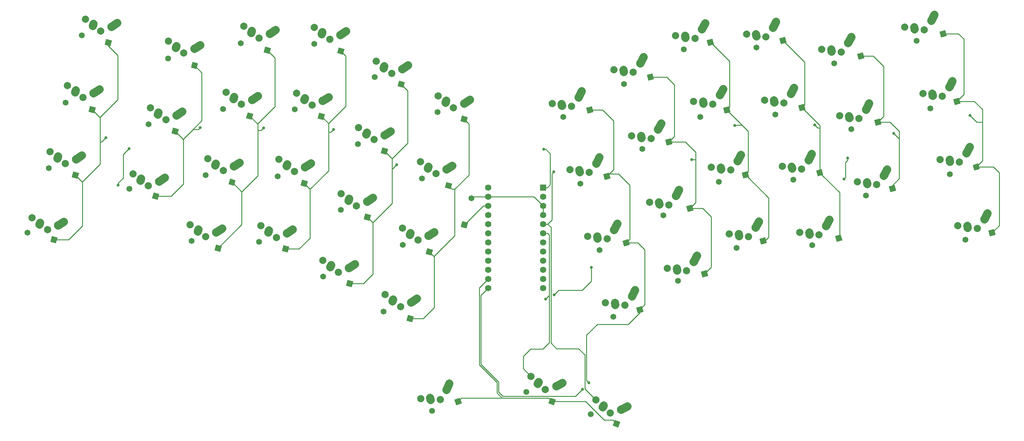
<source format=gbr>
G04 #@! TF.GenerationSoftware,KiCad,Pcbnew,(5.99.0-562-g7b80b2dc7)*
G04 #@! TF.CreationDate,2019-12-24T23:11:14-08:00*
G04 #@! TF.ProjectId,arch_40,61726368-5f34-4302-9e6b-696361645f70,rev?*
G04 #@! TF.SameCoordinates,Original*
G04 #@! TF.FileFunction,Copper,L2,Bot*
G04 #@! TF.FilePolarity,Positive*
%FSLAX46Y46*%
G04 Gerber Fmt 4.6, Leading zero omitted, Abs format (unit mm)*
G04 Created by KiCad (PCBNEW (5.99.0-562-g7b80b2dc7)) date 2019-12-24 23:11:14*
%MOMM*%
%LPD*%
G04 APERTURE LIST*
%ADD10C,2.000000*%
%ADD11C,2.250000*%
%ADD12C,2.250000*%
%ADD13C,1.752600*%
%ADD14R,1.752600X1.752600*%
%ADD15C,1.651000*%
%ADD16C,0.800000*%
%ADD17C,0.250000*%
G04 APERTURE END LIST*
D10*
X127722519Y-150298786D03*
X122305813Y-150035533D03*
D11*
X129421912Y-147658320D03*
D12*
X130153560Y-145838323D02*
X129421924Y-147658325D01*
D11*
X125055243Y-150396970D03*
D12*
X124894459Y-149838267D02*
X125055683Y-150396843D01*
D10*
X109369368Y-78038162D03*
X105083258Y-74715623D03*
D11*
X112275938Y-76849951D03*
D12*
X113919177Y-75778752D02*
X112275945Y-76849962D01*
D11*
X107128148Y-76588703D03*
D12*
X107316900Y-76038819D02*
X107128582Y-76588853D01*
D10*
X67510168Y-86699562D03*
X63224058Y-83377023D03*
D11*
X70416738Y-85511351D03*
D12*
X72059977Y-84440152D02*
X70416745Y-85511362D01*
D11*
X65268948Y-85250103D03*
D12*
X65457700Y-84700219D02*
X65269382Y-85250253D01*
D10*
X238966232Y-53704962D03*
X233593083Y-52970613D03*
D11*
X240889291Y-51222656D03*
D12*
X241776778Y-49473351D02*
X240889302Y-51222661D01*
D11*
X236300549Y-53570304D03*
D12*
X236189071Y-52999714D02*
X236300999Y-53570216D01*
X273958871Y-102021714D02*
X274070799Y-102592216D01*
D11*
X274070349Y-102592304D03*
D12*
X279546578Y-98495351D02*
X278659102Y-100244661D01*
D11*
X278659091Y-100244656D03*
D10*
X271362883Y-101992613D03*
X276736032Y-102726962D03*
D12*
X269005871Y-83606714D02*
X269117799Y-84177216D01*
D11*
X269117349Y-84177304D03*
D12*
X274593578Y-80080351D02*
X273706102Y-81829661D01*
D11*
X273706091Y-81829656D03*
D10*
X266409883Y-83577613D03*
X271783032Y-84311962D03*
D12*
X264230671Y-65273763D02*
X264342599Y-65844265D01*
D11*
X264342149Y-65844353D03*
D12*
X269818378Y-61747400D02*
X268930902Y-63496710D01*
D11*
X268930891Y-63496705D03*
D10*
X261634683Y-65244662D03*
X267007832Y-65979011D03*
D12*
X259226871Y-46802114D02*
X259338799Y-47372616D01*
D11*
X259338349Y-47372704D03*
D12*
X264814578Y-43275751D02*
X263927102Y-45025061D01*
D11*
X263927091Y-45025056D03*
D10*
X256630883Y-46773013D03*
X262004032Y-47507362D03*
X18742168Y-103107962D03*
X14456058Y-99785423D03*
D11*
X21648738Y-101919751D03*
D12*
X23291977Y-100848552D02*
X21648745Y-101919762D01*
D11*
X16500948Y-101658503D03*
D12*
X16689700Y-101108619D02*
X16501382Y-101658653D01*
D10*
X23695168Y-84718362D03*
X19409058Y-81395823D03*
D11*
X26601738Y-83530151D03*
D12*
X28244977Y-82458952D02*
X26601745Y-83530162D01*
D11*
X21453948Y-83268903D03*
D12*
X21642700Y-82719019D02*
X21454382Y-83269053D01*
D10*
X28597368Y-66328762D03*
X24311258Y-63006223D03*
D11*
X31503938Y-65140551D03*
D12*
X33147177Y-64069352D02*
X31503945Y-65140562D01*
D11*
X26356148Y-64879303D03*
D12*
X26544900Y-64329419D02*
X26356582Y-64879453D01*
D10*
X33524968Y-47888362D03*
X29238858Y-44565823D03*
D11*
X36431538Y-46700151D03*
D12*
X38074777Y-45628952D02*
X36431545Y-46700162D01*
D11*
X31283748Y-46438903D03*
D12*
X31472500Y-45889019D02*
X31284182Y-46439053D01*
D10*
X213286832Y-105012962D03*
X207913683Y-104278613D03*
D11*
X215209891Y-102530656D03*
D12*
X216097378Y-100781351D02*
X215209902Y-102530661D01*
D11*
X210621149Y-104878304D03*
D12*
X210509671Y-104307714D02*
X210621599Y-104878216D01*
D10*
X208308432Y-86496362D03*
X202935283Y-85762013D03*
D11*
X210231491Y-84014056D03*
D12*
X211118978Y-82264751D02*
X210231502Y-84014061D01*
D11*
X205642749Y-86361704D03*
D12*
X205531271Y-85791114D02*
X205643199Y-86361616D01*
D10*
X203380832Y-68182962D03*
X198007683Y-67448613D03*
D11*
X205303891Y-65700656D03*
D12*
X206191378Y-63951351D02*
X205303902Y-65700661D01*
D11*
X200715149Y-68048304D03*
D12*
X200603671Y-67477714D02*
X200715599Y-68048216D01*
D10*
X198402432Y-49894962D03*
X193029283Y-49160613D03*
D11*
X200325491Y-47412656D03*
D12*
X201212978Y-45663351D02*
X200325502Y-47412661D01*
D11*
X195736749Y-49760304D03*
D12*
X195625271Y-49189714D02*
X195737199Y-49760216D01*
D10*
X196091032Y-114537962D03*
X190717883Y-113803613D03*
D11*
X198014091Y-112055656D03*
D12*
X198901578Y-110306351D02*
X198014102Y-112055661D01*
D11*
X193425349Y-114403304D03*
D12*
X193313871Y-113832714D02*
X193425799Y-114403216D01*
D10*
X191163432Y-96199162D03*
X185790283Y-95464813D03*
D11*
X193086491Y-93716856D03*
D12*
X193973978Y-91967551D02*
X193086502Y-93716861D01*
D11*
X188497749Y-96064504D03*
D12*
X188386271Y-95493914D02*
X188498199Y-96064416D01*
D10*
X186210432Y-77733362D03*
X180837283Y-76999013D03*
D11*
X188133491Y-75251056D03*
D12*
X189020978Y-73501751D02*
X188133502Y-75251061D01*
D11*
X183544749Y-77598704D03*
D12*
X183433271Y-77028114D02*
X183545199Y-77598616D01*
D10*
X181282832Y-59343762D03*
X175909683Y-58609413D03*
D11*
X183205891Y-56861456D03*
D12*
X184093378Y-55112151D02*
X183205902Y-56861461D01*
D11*
X178617149Y-59209104D03*
D12*
X178505671Y-58638514D02*
X178617599Y-59209016D01*
D10*
X178946032Y-124113762D03*
X173572883Y-123379413D03*
D11*
X180869091Y-121631456D03*
D12*
X181756578Y-119882151D02*
X180869102Y-121631461D01*
D11*
X176280349Y-123979104D03*
D12*
X176168871Y-123408514D02*
X176280799Y-123979016D01*
D10*
X174018432Y-105647962D03*
X168645283Y-104913613D03*
D11*
X175941491Y-103165656D03*
D12*
X176828978Y-101416351D02*
X175941502Y-103165661D01*
D11*
X171352749Y-105513304D03*
D12*
X171241271Y-104942714D02*
X171353199Y-105513216D01*
D10*
X169065432Y-87182162D03*
X163692283Y-86447813D03*
D11*
X170988491Y-84699856D03*
D12*
X171875978Y-82950551D02*
X170988502Y-84699861D01*
D11*
X166399749Y-87047504D03*
D12*
X166288271Y-86476914D02*
X166400199Y-87047416D01*
D10*
X164137832Y-68792562D03*
X158764683Y-68058213D03*
D11*
X166060891Y-66310256D03*
D12*
X166948378Y-64560951D02*
X166060902Y-66310261D01*
D11*
X161472149Y-68657904D03*
D12*
X161360671Y-68087314D02*
X161472599Y-68657816D01*
D10*
X156884481Y-147555586D03*
X152904260Y-143872131D03*
D11*
X159883551Y-146625221D03*
D12*
X161613898Y-145701316D02*
X159883556Y-146625232D01*
D11*
X154778118Y-145916307D03*
D12*
X155014078Y-145384966D02*
X154778538Y-145916494D01*
D10*
X174893081Y-154083386D03*
X170912860Y-150399931D03*
D11*
X177892151Y-153153021D03*
D12*
X179622498Y-152229116D02*
X177892156Y-153153032D01*
D11*
X172786718Y-152444107D03*
D12*
X173022678Y-151912766D02*
X172787138Y-152444294D01*
D10*
X116684568Y-124469362D03*
X112398458Y-121146823D03*
D11*
X119591138Y-123281151D03*
D12*
X121234377Y-122209952D02*
X119591145Y-123281162D01*
D11*
X114443348Y-123019903D03*
D12*
X114632100Y-122470019D02*
X114443782Y-123020053D01*
D10*
X121510568Y-106003562D03*
X117224458Y-102681023D03*
D11*
X124417138Y-104815351D03*
D12*
X126060377Y-103744152D02*
X124417145Y-104815362D01*
D11*
X119269348Y-104554103D03*
D12*
X119458100Y-104004219D02*
X119269782Y-104554253D01*
D10*
X126514368Y-87537762D03*
X122228258Y-84215223D03*
D11*
X129420938Y-86349551D03*
D12*
X131064177Y-85278352D02*
X129420945Y-86349562D01*
D11*
X124273148Y-86088303D03*
D12*
X124461900Y-85538419D02*
X124273582Y-86088453D01*
D10*
X131391168Y-69198962D03*
X127105058Y-65876423D03*
D11*
X134297738Y-68010751D03*
D12*
X135940977Y-66939552D02*
X134297745Y-68010762D01*
D11*
X129149948Y-67749503D03*
D12*
X129338700Y-67199619D02*
X129150382Y-67749653D01*
D10*
X99437968Y-114918962D03*
X95151858Y-111596423D03*
D11*
X102344538Y-113730751D03*
D12*
X103987777Y-112659552D02*
X102344545Y-113730762D01*
D11*
X97196748Y-113469503D03*
D12*
X97385500Y-112919619D02*
X97197182Y-113469653D01*
D10*
X104467168Y-96453162D03*
X100181058Y-93130623D03*
D11*
X107373738Y-95264951D03*
D12*
X109016977Y-94193752D02*
X107373745Y-95264962D01*
D11*
X102225948Y-95003703D03*
D12*
X102414700Y-94453819D02*
X102226382Y-95003853D01*
D10*
X114246168Y-59623162D03*
X109960058Y-56300623D03*
D11*
X117152738Y-58434951D03*
D12*
X118795977Y-57363752D02*
X117152745Y-58434962D01*
D11*
X112004948Y-58173703D03*
D12*
X112193700Y-57623819D02*
X112005382Y-58173853D01*
D10*
X82242168Y-105292362D03*
X77956058Y-101969823D03*
D11*
X85148738Y-104104151D03*
D12*
X86791977Y-103032952D02*
X85148745Y-104104162D01*
D11*
X80000948Y-103842903D03*
D12*
X80189700Y-103293019D02*
X80001382Y-103843053D01*
D10*
X87271368Y-86877362D03*
X82985258Y-83554823D03*
D11*
X90177938Y-85689151D03*
D12*
X91821177Y-84617952D02*
X90177945Y-85689162D01*
D11*
X85030148Y-85427903D03*
D12*
X85218900Y-84878019D02*
X85030582Y-85428053D01*
D10*
X92173568Y-68487762D03*
X87887458Y-65165223D03*
D11*
X95080138Y-67299551D03*
D12*
X96723377Y-66228352D02*
X95080145Y-67299562D01*
D11*
X89932348Y-67038303D03*
D12*
X90121100Y-66488419D02*
X89932782Y-67038453D01*
D10*
X97050368Y-50148962D03*
X92764258Y-46826423D03*
D11*
X99956938Y-48960751D03*
D12*
X101600177Y-47889552D02*
X99956945Y-48960762D01*
D11*
X94809148Y-48699503D03*
D12*
X94997900Y-48149619D02*
X94809582Y-48699653D01*
D10*
X62633368Y-105012962D03*
X58347258Y-101690423D03*
D11*
X65539938Y-103824751D03*
D12*
X67183177Y-102753552D02*
X65539945Y-103824762D01*
D11*
X60392148Y-103563503D03*
D12*
X60580900Y-103013619D02*
X60392582Y-103563653D01*
D10*
X72564768Y-68208362D03*
X68278658Y-64885823D03*
D11*
X75471338Y-67020151D03*
D12*
X77114577Y-65948952D02*
X75471345Y-67020162D01*
D11*
X70323548Y-66758903D03*
D12*
X70512300Y-66209019D02*
X70323982Y-66759053D01*
D10*
X77466968Y-49818762D03*
X73180858Y-46496223D03*
D11*
X80373538Y-48630551D03*
D12*
X82016777Y-47559352D02*
X80373545Y-48630562D01*
D11*
X75225748Y-48369303D03*
D12*
X75414500Y-47819419D02*
X75226182Y-48369453D01*
D10*
X248846832Y-90560362D03*
X243473683Y-89826013D03*
D11*
X250769891Y-88078056D03*
D12*
X251657378Y-86328751D02*
X250769902Y-88078061D01*
D11*
X246181149Y-90425704D03*
D12*
X246069671Y-89855114D02*
X246181599Y-90425616D01*
D10*
X243893832Y-72170762D03*
X238520683Y-71436413D03*
D11*
X245816891Y-69688456D03*
D12*
X246704378Y-67939151D02*
X245816902Y-69688461D01*
D11*
X241228149Y-72036104D03*
D12*
X241116671Y-71465514D02*
X241228599Y-72036016D01*
D10*
X232844832Y-104555762D03*
X227471683Y-103821413D03*
D11*
X234767891Y-102073456D03*
D12*
X235655378Y-100324151D02*
X234767902Y-102073461D01*
D11*
X230179149Y-104421104D03*
D12*
X230067671Y-103850514D02*
X230179599Y-104421016D01*
D10*
X227993432Y-86242362D03*
X222620283Y-85508013D03*
D11*
X229916491Y-83760056D03*
D12*
X230803978Y-82010751D02*
X229916502Y-83760061D01*
D11*
X225327749Y-86107704D03*
D12*
X225216271Y-85537114D02*
X225328199Y-86107616D01*
D10*
X223065832Y-67827362D03*
X217692683Y-67093013D03*
D11*
X224988891Y-65345056D03*
D12*
X225876378Y-63595751D02*
X224988902Y-65345061D01*
D11*
X220400149Y-67692704D03*
D12*
X220288671Y-67122114D02*
X220400599Y-67692616D01*
D10*
X218087432Y-49463162D03*
X212714283Y-48728813D03*
D11*
X220010491Y-46980856D03*
D12*
X220897978Y-45231551D02*
X220010502Y-46980861D01*
D11*
X215421749Y-49328504D03*
D12*
X215310271Y-48757914D02*
X215422199Y-49328416D01*
D10*
X46732968Y-90890562D03*
X42446858Y-87568023D03*
D11*
X49639538Y-89702351D03*
D12*
X51282777Y-88631152D02*
X49639545Y-89702362D01*
D11*
X44491748Y-89441103D03*
D12*
X44680500Y-88891219D02*
X44492182Y-89441253D01*
D10*
X51584368Y-72500962D03*
X47298258Y-69178423D03*
D11*
X54490938Y-71312751D03*
D12*
X56134177Y-70241552D02*
X54490945Y-71312762D01*
D11*
X49343148Y-71051503D03*
D12*
X49531900Y-70501619D02*
X49343582Y-71051653D01*
D10*
X56562768Y-54009762D03*
X52276658Y-50687223D03*
D11*
X59469338Y-52821551D03*
D12*
X61112577Y-51750352D02*
X59469345Y-52821562D01*
D11*
X54321548Y-52560303D03*
D12*
X54510300Y-52010419D02*
X54321982Y-52560453D01*
D13*
X141046200Y-91363800D03*
X156286200Y-119303800D03*
X141046200Y-93903800D03*
X141046200Y-96443800D03*
X141046200Y-98983800D03*
X141046200Y-101523800D03*
X141046200Y-104063800D03*
X141046200Y-106603800D03*
X141046200Y-109143800D03*
X141046200Y-111683800D03*
X141046200Y-114223800D03*
X141046200Y-116763800D03*
X141046200Y-119303800D03*
X156286200Y-116763800D03*
X156286200Y-114223800D03*
X156286200Y-111683800D03*
X156286200Y-109143800D03*
X156286200Y-106603800D03*
X156286200Y-104063800D03*
X156286200Y-101523800D03*
X156286200Y-98983800D03*
X156286200Y-96443800D03*
X156286200Y-93903800D03*
D14*
X156286200Y-91363800D03*
G04 #@! TA.AperFunction,ComponentPad*
G36*
X133812182Y-100713150D02*
G01*
X135406926Y-101140460D01*
X134979616Y-102735204D01*
X133384872Y-102307894D01*
X133812182Y-100713150D01*
G37*
G04 #@! TD.AperFunction*
D15*
X136368101Y-94363823D03*
G04 #@! TA.AperFunction,ComponentPad*
G36*
X216755897Y-107212345D02*
G01*
X216328587Y-105617601D01*
X217923331Y-105190291D01*
X218350641Y-106785035D01*
X216755897Y-107212345D01*
G37*
G04 #@! TD.AperFunction*
X209979260Y-108173520D03*
G04 #@! TA.AperFunction,ComponentPad*
G36*
X211808260Y-88823326D02*
G01*
X211380950Y-87228582D01*
X212975694Y-86801272D01*
X213403004Y-88396016D01*
X211808260Y-88823326D01*
G37*
G04 #@! TD.AperFunction*
X205031623Y-89784501D03*
G04 #@! TA.AperFunction,ComponentPad*
G36*
X206652060Y-70814726D02*
G01*
X206224750Y-69219982D01*
X207819494Y-68792672D01*
X208246804Y-70387416D01*
X206652060Y-70814726D01*
G37*
G04 #@! TD.AperFunction*
X199875423Y-71775901D03*
G04 #@! TA.AperFunction,ComponentPad*
G36*
X202105460Y-51993326D02*
G01*
X201678150Y-50398582D01*
X203272894Y-49971272D01*
X203700204Y-51566016D01*
X202105460Y-51993326D01*
G37*
G04 #@! TD.AperFunction*
X195328823Y-52954501D03*
G04 #@! TA.AperFunction,ComponentPad*
G36*
X200454460Y-116356926D02*
G01*
X200027150Y-114762182D01*
X201621894Y-114334872D01*
X202049204Y-115929616D01*
X200454460Y-116356926D01*
G37*
G04 #@! TD.AperFunction*
X193677823Y-117318101D03*
G04 #@! TA.AperFunction,ComponentPad*
G36*
X196393283Y-98166027D02*
G01*
X195965973Y-96571283D01*
X197560717Y-96143973D01*
X197988027Y-97738717D01*
X196393283Y-98166027D01*
G37*
G04 #@! TD.AperFunction*
X189616646Y-99127202D03*
G04 #@! TA.AperFunction,ComponentPad*
G36*
X190573860Y-79704726D02*
G01*
X190146550Y-78109982D01*
X191741294Y-77682672D01*
X192168604Y-79277416D01*
X190573860Y-79704726D01*
G37*
G04 #@! TD.AperFunction*
X183797223Y-80665901D03*
G04 #@! TA.AperFunction,ComponentPad*
G36*
X185443060Y-61670726D02*
G01*
X185015750Y-60075982D01*
X186610494Y-59648672D01*
X187037804Y-61243416D01*
X185443060Y-61670726D01*
G37*
G04 #@! TD.AperFunction*
X178666423Y-62631901D03*
G04 #@! TA.AperFunction,ComponentPad*
G36*
X182496660Y-126339126D02*
G01*
X182069350Y-124744382D01*
X183664094Y-124317072D01*
X184091404Y-125911816D01*
X182496660Y-126339126D01*
G37*
G04 #@! TD.AperFunction*
X175720023Y-127300301D03*
G04 #@! TA.AperFunction,ComponentPad*
G36*
X178686660Y-107771726D02*
G01*
X178259350Y-106176982D01*
X179854094Y-105749672D01*
X180281404Y-107344416D01*
X178686660Y-107771726D01*
G37*
G04 #@! TD.AperFunction*
X171910023Y-108732901D03*
G04 #@! TA.AperFunction,ComponentPad*
G36*
X173352660Y-89305926D02*
G01*
X172925350Y-87711182D01*
X174520094Y-87283872D01*
X174947404Y-88878616D01*
X173352660Y-89305926D01*
G37*
G04 #@! TD.AperFunction*
X166576023Y-90267101D03*
G04 #@! TA.AperFunction,ComponentPad*
G36*
X168602860Y-70789326D02*
G01*
X168175550Y-69194582D01*
X169770294Y-68767272D01*
X170197604Y-70362016D01*
X168602860Y-70789326D01*
G37*
G04 #@! TD.AperFunction*
X161826223Y-71750501D03*
G04 #@! TA.AperFunction,ComponentPad*
G36*
X132151870Y-151913657D02*
G01*
X131587195Y-150362224D01*
X133138628Y-149797549D01*
X133703303Y-151348982D01*
X132151870Y-151913657D01*
G37*
G04 #@! TD.AperFunction*
X125484791Y-153461797D03*
G04 #@! TA.AperFunction,ComponentPad*
G36*
X157716175Y-151351676D02*
G01*
X158280850Y-149800243D01*
X159832283Y-150364918D01*
X159267608Y-151916351D01*
X157716175Y-151351676D01*
G37*
G04 #@! TD.AperFunction*
X151613771Y-148252103D03*
G04 #@! TA.AperFunction,ComponentPad*
G36*
X175568466Y-157533959D02*
G01*
X176133141Y-155982526D01*
X177684574Y-156547201D01*
X177119899Y-158098634D01*
X175568466Y-157533959D01*
G37*
G04 #@! TD.AperFunction*
X169466062Y-154434386D03*
G04 #@! TA.AperFunction,ComponentPad*
G36*
X118315350Y-128417418D02*
G01*
X118742660Y-126822674D01*
X120337404Y-127249984D01*
X119910094Y-128844728D01*
X118315350Y-128417418D01*
G37*
G04 #@! TD.AperFunction*
X111966023Y-125861499D03*
G04 #@! TA.AperFunction,ComponentPad*
G36*
X123700150Y-109875418D02*
G01*
X124127460Y-108280674D01*
X125722204Y-108707984D01*
X125294894Y-110302728D01*
X123700150Y-109875418D01*
G37*
G04 #@! TD.AperFunction*
X117350823Y-107319499D03*
G04 #@! TA.AperFunction,ComponentPad*
G36*
X129034150Y-91435018D02*
G01*
X129461460Y-89840274D01*
X131056204Y-90267584D01*
X130628894Y-91862328D01*
X129034150Y-91435018D01*
G37*
G04 #@! TD.AperFunction*
X122684823Y-88879099D03*
G04 #@! TA.AperFunction,ComponentPad*
G36*
X133352150Y-72969218D02*
G01*
X133779460Y-71374474D01*
X135374204Y-71801784D01*
X134946894Y-73396528D01*
X133352150Y-72969218D01*
G37*
G04 #@! TD.AperFunction*
X127002823Y-70413299D03*
G04 #@! TA.AperFunction,ComponentPad*
G36*
X101602150Y-118663818D02*
G01*
X102029460Y-117069074D01*
X103624204Y-117496384D01*
X103196894Y-119091128D01*
X101602150Y-118663818D01*
G37*
G04 #@! TD.AperFunction*
X95252823Y-116107899D03*
G04 #@! TA.AperFunction,ComponentPad*
G36*
X106478950Y-100172618D02*
G01*
X106906260Y-98577874D01*
X108501004Y-99005184D01*
X108073694Y-100599928D01*
X106478950Y-100172618D01*
G37*
G04 #@! TD.AperFunction*
X100129623Y-97616699D03*
G04 #@! TA.AperFunction,ComponentPad*
G36*
X111254150Y-81833818D02*
G01*
X111681460Y-80239074D01*
X113276204Y-80666384D01*
X112848894Y-82261128D01*
X111254150Y-81833818D01*
G37*
G04 #@! TD.AperFunction*
X104904823Y-79277899D03*
G04 #@! TA.AperFunction,ComponentPad*
G36*
X115902350Y-63241018D02*
G01*
X116329660Y-61646274D01*
X117924404Y-62073584D01*
X117497094Y-63668328D01*
X115902350Y-63241018D01*
G37*
G04 #@! TD.AperFunction*
X109553023Y-60685099D03*
G04 #@! TA.AperFunction,ComponentPad*
G36*
X83822150Y-109011818D02*
G01*
X84249460Y-107417074D01*
X85844204Y-107844384D01*
X85416894Y-109439128D01*
X83822150Y-109011818D01*
G37*
G04 #@! TD.AperFunction*
X77472823Y-106455899D03*
G04 #@! TA.AperFunction,ComponentPad*
G36*
X88952950Y-90825418D02*
G01*
X89380260Y-89230674D01*
X90975004Y-89657984D01*
X90547694Y-91252728D01*
X88952950Y-90825418D01*
G37*
G04 #@! TD.AperFunction*
X82603623Y-88269499D03*
G04 #@! TA.AperFunction,ComponentPad*
G36*
X93728150Y-72181818D02*
G01*
X94155460Y-70587074D01*
X95750204Y-71014384D01*
X95322894Y-72609128D01*
X93728150Y-72181818D01*
G37*
G04 #@! TD.AperFunction*
X87378823Y-69625899D03*
G04 #@! TA.AperFunction,ComponentPad*
G36*
X99138350Y-54020818D02*
G01*
X99565660Y-52426074D01*
X101160404Y-52853384D01*
X100733094Y-54448128D01*
X99138350Y-54020818D01*
G37*
G04 #@! TD.AperFunction*
X92789023Y-51464899D03*
G04 #@! TA.AperFunction,ComponentPad*
G36*
X65079773Y-108813117D02*
G01*
X65507083Y-107218373D01*
X67101827Y-107645683D01*
X66674517Y-109240427D01*
X65079773Y-108813117D01*
G37*
G04 #@! TD.AperFunction*
X58730446Y-106257198D03*
G04 #@! TA.AperFunction,ComponentPad*
G36*
X68937750Y-90495218D02*
G01*
X69365060Y-88900474D01*
X70959804Y-89327784D01*
X70532494Y-90922528D01*
X68937750Y-90495218D01*
G37*
G04 #@! TD.AperFunction*
X62588423Y-87939299D03*
G04 #@! TA.AperFunction,ComponentPad*
G36*
X73839950Y-72080218D02*
G01*
X74267260Y-70485474D01*
X75862004Y-70912784D01*
X75434694Y-72507528D01*
X73839950Y-72080218D01*
G37*
G04 #@! TD.AperFunction*
X67490623Y-69524299D03*
G04 #@! TA.AperFunction,ComponentPad*
G36*
X78691350Y-53817618D02*
G01*
X79118660Y-52222874D01*
X80713404Y-52650184D01*
X80286094Y-54244928D01*
X78691350Y-53817618D01*
G37*
G04 #@! TD.AperFunction*
X72342023Y-51261699D03*
G04 #@! TA.AperFunction,ComponentPad*
G36*
X280227957Y-104954285D02*
G01*
X279800647Y-103359541D01*
X281395391Y-102932231D01*
X281822701Y-104526975D01*
X280227957Y-104954285D01*
G37*
G04 #@! TD.AperFunction*
X273451320Y-105915460D03*
G04 #@! TA.AperFunction,ComponentPad*
G36*
X275867060Y-86689726D02*
G01*
X275439750Y-85094982D01*
X277034494Y-84667672D01*
X277461804Y-86262416D01*
X275867060Y-86689726D01*
G37*
G04 #@! TD.AperFunction*
X269090423Y-87650901D03*
G04 #@! TA.AperFunction,ComponentPad*
G36*
X270482260Y-68452526D02*
G01*
X270054950Y-66857782D01*
X271649694Y-66430472D01*
X272077004Y-68025216D01*
X270482260Y-68452526D01*
G37*
G04 #@! TD.AperFunction*
X263705623Y-69413701D03*
G04 #@! TA.AperFunction,ComponentPad*
G36*
X266672260Y-49656526D02*
G01*
X266244950Y-48061782D01*
X267839694Y-47634472D01*
X268267004Y-49229216D01*
X266672260Y-49656526D01*
G37*
G04 #@! TD.AperFunction*
X259895623Y-50617701D03*
G04 #@! TA.AperFunction,ComponentPad*
G36*
X252596460Y-92634926D02*
G01*
X252169150Y-91040182D01*
X253763894Y-90612872D01*
X254191204Y-92207616D01*
X252596460Y-92634926D01*
G37*
G04 #@! TD.AperFunction*
X245819823Y-93596101D03*
G04 #@! TA.AperFunction,ComponentPad*
G36*
X248562060Y-74192926D02*
G01*
X248134750Y-72598182D01*
X249729494Y-72170872D01*
X250156804Y-73765616D01*
X248562060Y-74192926D01*
G37*
G04 #@! TD.AperFunction*
X241785423Y-75154101D03*
G04 #@! TA.AperFunction,ComponentPad*
G36*
X243786860Y-55854126D02*
G01*
X243359550Y-54259382D01*
X244954294Y-53832072D01*
X245381604Y-55426816D01*
X243786860Y-55854126D01*
G37*
G04 #@! TD.AperFunction*
X237010223Y-56815301D03*
G04 #@! TA.AperFunction,ComponentPad*
G36*
X237688037Y-106463045D02*
G01*
X237260727Y-104868301D01*
X238855471Y-104440991D01*
X239282781Y-106035735D01*
X237688037Y-106463045D01*
G37*
G04 #@! TD.AperFunction*
X230911400Y-107424220D03*
G04 #@! TA.AperFunction,ComponentPad*
G36*
X232433060Y-88239126D02*
G01*
X232005750Y-86644382D01*
X233600494Y-86217072D01*
X234027804Y-87811816D01*
X232433060Y-88239126D01*
G37*
G04 #@! TD.AperFunction*
X225656423Y-89200301D03*
G04 #@! TA.AperFunction,ComponentPad*
G36*
X227454660Y-70154326D02*
G01*
X227027350Y-68559582D01*
X228622094Y-68132272D01*
X229049404Y-69727016D01*
X227454660Y-70154326D01*
G37*
G04 #@! TD.AperFunction*
X220678023Y-71115501D03*
G04 #@! TA.AperFunction,ComponentPad*
G36*
X222196860Y-51485326D02*
G01*
X221769550Y-49890582D01*
X223364294Y-49463272D01*
X223791604Y-51058016D01*
X222196860Y-51485326D01*
G37*
G04 #@! TD.AperFunction*
X215420223Y-52446501D03*
G04 #@! TA.AperFunction,ComponentPad*
G36*
X47764593Y-94335117D02*
G01*
X48191903Y-92740373D01*
X49786647Y-93167683D01*
X49359337Y-94762427D01*
X47764593Y-94335117D01*
G37*
G04 #@! TD.AperFunction*
X41415266Y-91779198D03*
G04 #@! TA.AperFunction,ComponentPad*
G36*
X53164350Y-76322018D02*
G01*
X53591660Y-74727274D01*
X55186404Y-75154584D01*
X54759094Y-76749328D01*
X53164350Y-76322018D01*
G37*
G04 #@! TD.AperFunction*
X46815023Y-73766099D03*
G04 #@! TA.AperFunction,ComponentPad*
G36*
X58523750Y-58059418D02*
G01*
X58951060Y-56464674D01*
X60545804Y-56891984D01*
X60118494Y-58486728D01*
X58523750Y-58059418D01*
G37*
G04 #@! TD.AperFunction*
X52174423Y-55503499D03*
G04 #@! TA.AperFunction,ComponentPad*
G36*
X19499473Y-106486477D02*
G01*
X19926783Y-104891733D01*
X21521527Y-105319043D01*
X21094217Y-106913787D01*
X19499473Y-106486477D01*
G37*
G04 #@! TD.AperFunction*
X13150146Y-103930558D03*
G04 #@! TA.AperFunction,ComponentPad*
G36*
X25478350Y-88514018D02*
G01*
X25905660Y-86919274D01*
X27500404Y-87346584D01*
X27073094Y-88941328D01*
X25478350Y-88514018D01*
G37*
G04 #@! TD.AperFunction*
X19129023Y-85958099D03*
G04 #@! TA.AperFunction,ComponentPad*
G36*
X30126550Y-70302218D02*
G01*
X30553860Y-68707474D01*
X32148604Y-69134784D01*
X31721294Y-70729528D01*
X30126550Y-70302218D01*
G37*
G04 #@! TD.AperFunction*
X23777223Y-67746299D03*
G04 #@! TA.AperFunction,ComponentPad*
G36*
X34571550Y-51658618D02*
G01*
X34998860Y-50063874D01*
X36593604Y-50491184D01*
X36166294Y-52085928D01*
X34571550Y-51658618D01*
G37*
G04 #@! TD.AperFunction*
X28222223Y-49102699D03*
D16*
X169650000Y-113550000D03*
X159330000Y-121190000D03*
X156960000Y-122400000D03*
X159230000Y-87010000D03*
X156420000Y-80770000D03*
X197490000Y-83580000D03*
X209460000Y-74170000D03*
X231630000Y-73960000D03*
X253560000Y-76300000D03*
X274700000Y-71320000D03*
X239710000Y-88990000D03*
X240750000Y-83230000D03*
X167150000Y-147460000D03*
X168950000Y-145650000D03*
X115600000Y-85090000D03*
X98080000Y-75230000D03*
X78720000Y-74820000D03*
X61140000Y-74760000D03*
X34920000Y-77520000D03*
X41370000Y-80540000D03*
X38360000Y-90700000D03*
D17*
X169620000Y-113580000D02*
X169650000Y-113550000D01*
X169620000Y-117390000D02*
X169620000Y-113580000D01*
X167110000Y-119900000D02*
X169620000Y-117390000D01*
X160620000Y-119900000D02*
X167110000Y-119900000D01*
X159330000Y-121190000D02*
X160620000Y-119900000D01*
X157980000Y-104518325D02*
X157980000Y-121210000D01*
X157980000Y-121380000D02*
X156960000Y-122400000D01*
X157980000Y-121210000D02*
X157980000Y-134470000D01*
X157980000Y-121210000D02*
X157980000Y-121380000D01*
X167868600Y-137908600D02*
X167868600Y-147355671D01*
X159960000Y-136150000D02*
X166110000Y-136150000D01*
X166110000Y-136150000D02*
X167868600Y-137908600D01*
X158430010Y-134620010D02*
X159960000Y-136150000D01*
X158430010Y-102440010D02*
X158430010Y-134620010D01*
X157525475Y-101535475D02*
X158430010Y-102440010D01*
X157525475Y-101523800D02*
X157525475Y-101535475D01*
X156200000Y-136250000D02*
X152820000Y-136250000D01*
X157980000Y-134470000D02*
X156200000Y-136250000D01*
X156286200Y-104063800D02*
X157525475Y-104063800D01*
X157525475Y-104063800D02*
X157980000Y-104518325D01*
X253180177Y-91623899D02*
X253180177Y-90769279D01*
X253180177Y-90769279D02*
X255096699Y-88852757D01*
X255096699Y-88852757D02*
X255096699Y-81257423D01*
X158690010Y-87549990D02*
X159230000Y-87010000D01*
X158690010Y-100359265D02*
X158690010Y-87549990D01*
X157525475Y-101523800D02*
X158690010Y-100359265D01*
X156286200Y-101523800D02*
X157525475Y-101523800D01*
X156286200Y-91363800D02*
X157412500Y-91363800D01*
X157412500Y-91363800D02*
X158240000Y-90536300D01*
X158240000Y-90536300D02*
X158240000Y-82024315D01*
X156420000Y-80770000D02*
X156985685Y-80770000D01*
X156985685Y-80770000D02*
X158240000Y-82024315D01*
X198590000Y-81600000D02*
X198590000Y-83570000D01*
X198590000Y-83570000D02*
X198590000Y-95542000D01*
X198590000Y-83570000D02*
X197500000Y-83570000D01*
X197500000Y-83570000D02*
X197490000Y-83580000D01*
X213136705Y-75704627D02*
X211451039Y-74018961D01*
X211451039Y-74018961D02*
X207980505Y-70548427D01*
X211451039Y-74018961D02*
X209611039Y-74018961D01*
X209611039Y-74018961D02*
X209460000Y-74170000D01*
X233016777Y-87228099D02*
X233016777Y-74803223D01*
X233016777Y-74803223D02*
X233016777Y-74121699D01*
X233016777Y-74803223D02*
X232473223Y-74803223D01*
X232473223Y-74803223D02*
X231630000Y-73960000D01*
X255096699Y-77683301D02*
X255096699Y-81257423D01*
X253560000Y-76300000D02*
X254943301Y-77683301D01*
X255096699Y-75833301D02*
X255096699Y-77683301D01*
X254943301Y-77683301D02*
X255096699Y-77683301D01*
X278160000Y-69660000D02*
X278160000Y-73230000D01*
X276610000Y-73230000D02*
X274700000Y-71320000D01*
X278160000Y-73230000D02*
X278160000Y-83969476D01*
X278160000Y-73230000D02*
X276610000Y-73230000D01*
X240170000Y-88530000D02*
X239710000Y-88990000D01*
X240170000Y-84375685D02*
X240170000Y-88530000D01*
X240750000Y-83230000D02*
X240750000Y-83795685D01*
X240750000Y-83795685D02*
X240170000Y-84375685D01*
X282810000Y-87260000D02*
X282810000Y-101944932D01*
X282810000Y-101944932D02*
X280811674Y-103943258D01*
X281228699Y-85678699D02*
X282810000Y-87260000D01*
X276450777Y-85678699D02*
X281228699Y-85678699D01*
X278160000Y-83969476D02*
X276450777Y-85678699D01*
X275941499Y-67441499D02*
X278160000Y-69660000D01*
X271065977Y-67441499D02*
X275941499Y-67441499D01*
X272980000Y-50090000D02*
X272980000Y-65527476D01*
X272980000Y-65527476D02*
X271065977Y-67441499D01*
X271535499Y-48645499D02*
X272980000Y-50090000D01*
X267255977Y-48645499D02*
X271535499Y-48645499D01*
X255130000Y-75800000D02*
X255096699Y-75833301D01*
X252511899Y-73181899D02*
X255130000Y-75800000D01*
X249145777Y-73181899D02*
X252511899Y-73181899D01*
X250760000Y-57720000D02*
X250760000Y-71567676D01*
X250760000Y-71567676D02*
X249145777Y-73181899D01*
X247890000Y-54850000D02*
X250760000Y-57720000D01*
X245232098Y-54850000D02*
X247890000Y-54850000D01*
X244370577Y-54843099D02*
X245225197Y-54843099D01*
X245225197Y-54843099D02*
X245232098Y-54850000D01*
X175840000Y-72880000D02*
X175840000Y-86391276D01*
X175840000Y-86391276D02*
X173936377Y-88294899D01*
X202910000Y-99510000D02*
X202910000Y-113474076D01*
X202910000Y-113474076D02*
X201038177Y-115345899D01*
X200555000Y-97155000D02*
X202910000Y-99510000D01*
X196977000Y-97155000D02*
X200555000Y-97155000D01*
X198590000Y-95542000D02*
X196977000Y-97155000D01*
X195683699Y-78693699D02*
X198590000Y-81600000D01*
X191157577Y-78693699D02*
X195683699Y-78693699D01*
X192670000Y-62770000D02*
X192670000Y-77181276D01*
X192670000Y-77181276D02*
X191157577Y-78693699D01*
X190559699Y-60659699D02*
X192670000Y-62770000D01*
X186026777Y-60659699D02*
X190559699Y-60659699D01*
X170912860Y-150399931D02*
X167868600Y-147355671D01*
X172738299Y-69778299D02*
X175840000Y-72880000D01*
X174610395Y-87620881D02*
X174899119Y-87620881D01*
X169186577Y-69778299D02*
X172738299Y-69778299D01*
X174899119Y-87620881D02*
X177160881Y-87620881D01*
X180270000Y-90730000D02*
X180270000Y-105761076D01*
X180270000Y-105761076D02*
X179270377Y-106760699D01*
X177160881Y-87620881D02*
X180270000Y-90730000D01*
X173936377Y-88294899D02*
X174610395Y-87620881D01*
X184460000Y-123948476D02*
X184460000Y-108670000D01*
X184460000Y-108670000D02*
X182550699Y-106760699D01*
X183080377Y-125328099D02*
X184460000Y-123948476D01*
X179270377Y-106760699D02*
X182550699Y-106760699D01*
X152820000Y-136250000D02*
X150760000Y-138310000D01*
X150760000Y-138310000D02*
X150760000Y-141727871D01*
X150760000Y-141727871D02*
X152904260Y-143872131D01*
X171320000Y-129410000D02*
X179853096Y-129410000D01*
X179853096Y-129410000D02*
X183080377Y-126182719D01*
X168318610Y-132411390D02*
X171320000Y-129410000D01*
X168950000Y-145650000D02*
X168318610Y-145018610D01*
X168318610Y-145018610D02*
X168318610Y-132411390D01*
X183080377Y-126182719D02*
X183080377Y-125328099D01*
X138557000Y-140717410D02*
X143440000Y-145600410D01*
X138557000Y-119253000D02*
X138557000Y-140717410D01*
X142080000Y-149870000D02*
X144840000Y-149870000D01*
X141046200Y-116763800D02*
X138557000Y-119253000D01*
X144840000Y-149870000D02*
X157785932Y-149870000D01*
X143440000Y-148470000D02*
X144840000Y-149870000D01*
X143440000Y-145600410D02*
X143440000Y-148470000D01*
X154310010Y-149419990D02*
X145129990Y-149419990D01*
X145129990Y-149419990D02*
X143890010Y-148180010D01*
X139007010Y-121342990D02*
X141046200Y-119303800D01*
X167150000Y-147460000D02*
X165210000Y-149400000D01*
X154330000Y-149400000D02*
X154310010Y-149419990D01*
X165210000Y-149400000D02*
X154330000Y-149400000D01*
X143890010Y-148180010D02*
X143890010Y-145414010D01*
X143890010Y-145414010D02*
X139007010Y-140531010D01*
X139007010Y-140531010D02*
X139007010Y-121342990D01*
X133630852Y-149870000D02*
X142080000Y-149870000D01*
X173200000Y-156030000D02*
X175615940Y-156030000D01*
X175615940Y-156030000D02*
X176626520Y-157040580D01*
X168028297Y-150858297D02*
X173200000Y-156030000D01*
X158774229Y-150858297D02*
X168028297Y-150858297D01*
X157785932Y-149870000D02*
X158774229Y-150858297D01*
X132645249Y-150855603D02*
X133630852Y-149870000D01*
X114380000Y-95770000D02*
X114380000Y-86590000D01*
X114380000Y-86590000D02*
X114380000Y-86310000D01*
X114380000Y-86590000D02*
X114380000Y-83364924D01*
X114380000Y-86310000D02*
X115600000Y-85090000D01*
X96710000Y-86720000D02*
X96710000Y-75960000D01*
X96710000Y-75960000D02*
X96710000Y-73568924D01*
X96710000Y-75960000D02*
X97350000Y-75960000D01*
X97350000Y-75960000D02*
X98080000Y-75230000D01*
X77060000Y-88140000D02*
X77060000Y-75510000D01*
X77060000Y-75510000D02*
X77060000Y-73705524D01*
X78030000Y-75510000D02*
X78720000Y-74820000D01*
X77060000Y-75510000D02*
X78030000Y-75510000D01*
X56420000Y-77940000D02*
X59115000Y-75245000D01*
X59115000Y-75245000D02*
X60655000Y-75245000D01*
X59115000Y-75245000D02*
X61550000Y-72810000D01*
X60655000Y-75245000D02*
X61140000Y-74760000D01*
X33310000Y-84920000D02*
X33310000Y-78720000D01*
X33310000Y-78720000D02*
X33310000Y-71890924D01*
X33720000Y-78720000D02*
X34920000Y-77520000D01*
X33310000Y-78720000D02*
X33720000Y-78720000D01*
X126049476Y-110430524D02*
X125850000Y-110430524D01*
X125850000Y-110430524D02*
X124711177Y-109291701D01*
X126049476Y-110430524D02*
X126049476Y-124737926D01*
X126049476Y-124737926D02*
X122953701Y-127833701D01*
X122953701Y-127833701D02*
X119326377Y-127833701D01*
X130940000Y-105540000D02*
X126049476Y-110430524D01*
X131733876Y-91846124D02*
X131040000Y-91846124D01*
X131040000Y-91846124D02*
X130045177Y-90851301D01*
X130940000Y-105540000D02*
X131040000Y-105440000D01*
X131733876Y-91846124D02*
X131733876Y-104746124D01*
X131733876Y-104746124D02*
X130940000Y-105540000D01*
X135670000Y-87910000D02*
X135670000Y-73692324D01*
X135670000Y-73692324D02*
X134363177Y-72385501D01*
X131733876Y-91846124D02*
X135670000Y-87910000D01*
X101500000Y-68780000D02*
X101500000Y-54787724D01*
X101500000Y-54787724D02*
X100149377Y-53437101D01*
X96711076Y-73568924D02*
X101500000Y-68780000D01*
X96710000Y-73568924D02*
X96711076Y-73568924D01*
X96710000Y-73568924D02*
X95483905Y-72342829D01*
X91582276Y-91847724D02*
X96710000Y-86720000D01*
X91570000Y-91847724D02*
X91582276Y-91847724D01*
X91570000Y-105440000D02*
X91570000Y-91847724D01*
X91570000Y-91847724D02*
X89963977Y-90241701D01*
X88570000Y-108440000D02*
X91570000Y-105440000D01*
X85699696Y-108440000D02*
X88570000Y-108440000D01*
X84833177Y-108428101D02*
X85687797Y-108428101D01*
X85687797Y-108428101D02*
X85699696Y-108440000D01*
X118700000Y-79030000D02*
X118700000Y-64443924D01*
X118700000Y-64443924D02*
X116913377Y-62657301D01*
X114380000Y-83350000D02*
X118700000Y-79030000D01*
X114380000Y-83364924D02*
X114380000Y-83350000D01*
X114380000Y-83364924D02*
X112265177Y-81250101D01*
X109031076Y-101118924D02*
X114380000Y-95770000D01*
X109020000Y-101118924D02*
X109031076Y-101118924D01*
X109020000Y-115470000D02*
X109020000Y-101118924D01*
X109020000Y-101118924D02*
X107489977Y-99588901D01*
X106410000Y-118080000D02*
X109020000Y-115470000D01*
X103467898Y-118080000D02*
X106410000Y-118080000D01*
X102613177Y-118080101D02*
X103467797Y-118080101D01*
X103467797Y-118080101D02*
X103467898Y-118080000D01*
X79702377Y-53233901D02*
X81830000Y-55361524D01*
X81830000Y-55361524D02*
X81830000Y-68880000D01*
X77060000Y-73650000D02*
X81830000Y-68880000D01*
X77060000Y-73705524D02*
X77060000Y-73650000D01*
X77060000Y-73705524D02*
X74850977Y-71496501D01*
X72650000Y-92550000D02*
X77060000Y-88140000D01*
X72650000Y-92612724D02*
X72650000Y-92550000D01*
X72650000Y-101670200D02*
X72650000Y-92612724D01*
X66090800Y-108229400D02*
X72650000Y-101670200D01*
X72650000Y-92612724D02*
X69948777Y-89911501D01*
X61550000Y-72810000D02*
X61550000Y-59490924D01*
X61550000Y-59490924D02*
X59534777Y-57475701D01*
X56420000Y-77982924D02*
X56420000Y-77940000D01*
X53018600Y-93751400D02*
X56420000Y-90350000D01*
X48775620Y-93751400D02*
X53018600Y-93751400D01*
X56420000Y-90350000D02*
X56420000Y-77982924D01*
X56420000Y-77982924D02*
X54175377Y-75738301D01*
X33310000Y-71840000D02*
X38227000Y-66923000D01*
X38227000Y-66923000D02*
X38227000Y-54673944D01*
X33310000Y-71890924D02*
X33310000Y-71840000D01*
X33310000Y-71890924D02*
X31137577Y-69718501D01*
X28420000Y-89810000D02*
X33310000Y-84920000D01*
X28420000Y-89860924D02*
X28420000Y-89810000D01*
X24597240Y-105902760D02*
X28420000Y-102080000D01*
X28420000Y-102080000D02*
X28420000Y-89860924D01*
X20510500Y-105902760D02*
X24597240Y-105902760D01*
X28420000Y-89860924D02*
X26489377Y-87930301D01*
X39750000Y-82160000D02*
X41370000Y-80540000D01*
X39750000Y-88744315D02*
X39750000Y-82160000D01*
X38360000Y-90700000D02*
X38360000Y-90134315D01*
X38360000Y-90134315D02*
X39750000Y-88744315D01*
X35582577Y-52029521D02*
X38227000Y-54673944D01*
X35582577Y-51074901D02*
X35582577Y-52029521D01*
X233761505Y-87972827D02*
X233016777Y-87228099D01*
X238562105Y-92773427D02*
X233761505Y-87972827D01*
X238562105Y-104974571D02*
X238562105Y-92773427D01*
X237817377Y-105719299D02*
X238562105Y-104974571D01*
X233016777Y-74121699D02*
X228038377Y-69143299D01*
X223525305Y-51219027D02*
X222780577Y-50474299D01*
X228783105Y-56476827D02*
X223525305Y-51219027D01*
X228783105Y-68398571D02*
X228783105Y-56476827D01*
X228038377Y-69143299D02*
X228783105Y-68398571D01*
X65630777Y-108529701D02*
X66585397Y-108529701D01*
X95483905Y-72342829D02*
X94739177Y-71598101D01*
X132612229Y-151452503D02*
X133326999Y-150737733D01*
X175829751Y-157386097D02*
X176808229Y-157386097D01*
X203433905Y-51727027D02*
X202689177Y-50982299D01*
X207980505Y-56273627D02*
X203433905Y-51727027D01*
X207980505Y-69058971D02*
X207980505Y-56273627D01*
X207235777Y-69803699D02*
X207980505Y-69058971D01*
X207980505Y-70548427D02*
X207235777Y-69803699D01*
X213136705Y-87067571D02*
X213136705Y-75704627D01*
X212391977Y-87812299D02*
X213136705Y-87067571D01*
X213136705Y-88557027D02*
X212391977Y-87812299D01*
X218821000Y-94241322D02*
X213136705Y-88557027D01*
X218821000Y-105208476D02*
X218821000Y-94241322D01*
X217725977Y-106303499D02*
X218821000Y-105208476D01*
X140910500Y-96443800D02*
X141046200Y-96443800D01*
X139676276Y-96443800D02*
X141046200Y-96443800D01*
X134395899Y-101724177D02*
X139676276Y-96443800D01*
X140792200Y-94157800D02*
X141046200Y-93903800D01*
X153746200Y-93903800D02*
X156286200Y-96443800D01*
X141046200Y-93903800D02*
X153746200Y-93903800D01*
X156286200Y-96443800D02*
X156286200Y-98983800D01*
X136828124Y-93903800D02*
X136368101Y-94363823D01*
X141046200Y-93903800D02*
X136828124Y-93903800D01*
X166948378Y-64560951D02*
X165823379Y-65685950D01*
X170750979Y-84075550D02*
X170750979Y-84392021D01*
X171875978Y-82950551D02*
X170750979Y-84075550D01*
X170750979Y-84392021D02*
X170180000Y-84963000D01*
M02*

</source>
